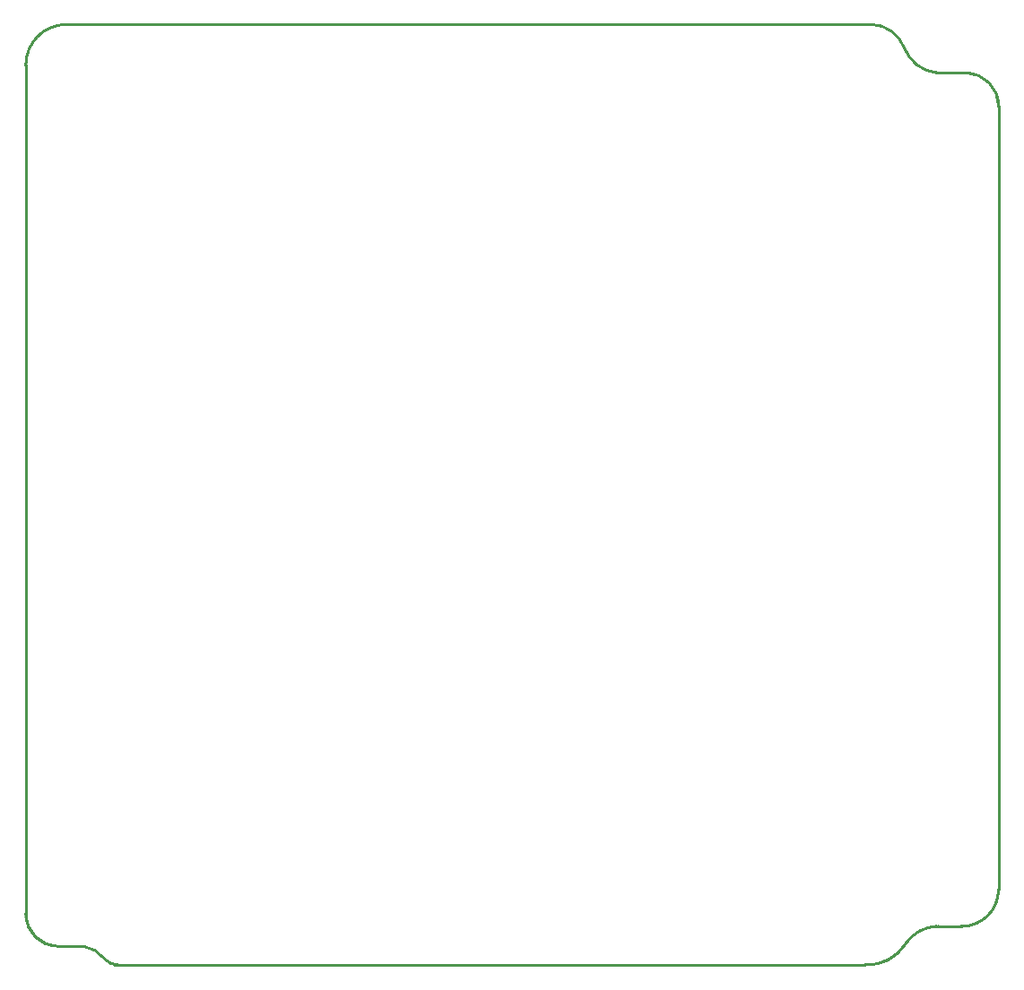
<source format=gko>
G04*
G04 #@! TF.GenerationSoftware,Altium Limited,Altium Designer,18.1.7 (191)*
G04*
G04 Layer_Color=16711935*
%FSLAX25Y25*%
%MOIN*%
G70*
G01*
G75*
%ADD11C,0.01000*%
D11*
X347386Y14340D02*
G03*
X361626Y27913I535J13694D01*
G01*
X14967Y349915D02*
G03*
X16Y334358I303J-15254D01*
G01*
X29260Y2280D02*
G03*
X21555Y6906I-9648J-7340D01*
G01*
X-0Y19111D02*
G03*
X12402Y6906I12303J98D01*
G01*
X312115Y114D02*
G03*
X326870Y7497I1233J15972D01*
G01*
X338386Y14386D02*
G03*
X326870Y7497I1070J-14856D01*
G01*
X326575Y341158D02*
G03*
X338336Y331906I13607J5196D01*
G01*
X326575Y341158D02*
G03*
X313878Y349918I-12487J-4517D01*
G01*
X361713Y319130D02*
G03*
X349508Y331906I-12490J285D01*
G01*
X29260Y2280D02*
G03*
X34350Y-0I5012J4367D01*
G01*
X338386Y14340D02*
X347386D01*
X361626Y27913D02*
Y30410D01*
X15059Y349918D02*
X313878D01*
X0Y17284D02*
Y334661D01*
X12402Y6906D02*
X21555D01*
X338336Y331906D02*
X349508D01*
X361626Y30410D02*
Y319416D01*
X32795Y0D02*
X312106D01*
X14449Y349882D02*
G03*
X45Y335005I609J-15002D01*
G01*
X326575Y341220D02*
G03*
X314724Y349882I-12571J-4763D01*
G01*
X326575Y341339D02*
G03*
X338898Y331928I13326J4677D01*
G01*
X361631Y319611D02*
G03*
X349410Y331906I-12330J-35D01*
G01*
X339435Y14356D02*
G03*
X327284Y8150I-253J-14503D01*
G01*
X348242Y14356D02*
G03*
X361631Y27953I-102J13490D01*
G01*
X311967Y-72D02*
G03*
X327284Y8150I575J17307D01*
G01*
X29278Y2252D02*
G03*
X34488Y-72I4950J4095D01*
G01*
X29278Y2252D02*
G03*
X21524Y6947I-10086J-7908D01*
G01*
X39Y18032D02*
G03*
X11317Y6947I11796J722D01*
G01*
X39Y18032D02*
Y334880D01*
X14449Y349882D02*
X16575D01*
X314724D01*
X338898Y331928D02*
X349301D01*
X361631Y27953D02*
X361631Y319611D01*
X339181Y14356D02*
X348242D01*
X34488Y-72D02*
X311967Y-72D01*
X11317Y6947D02*
X21524D01*
M02*

</source>
